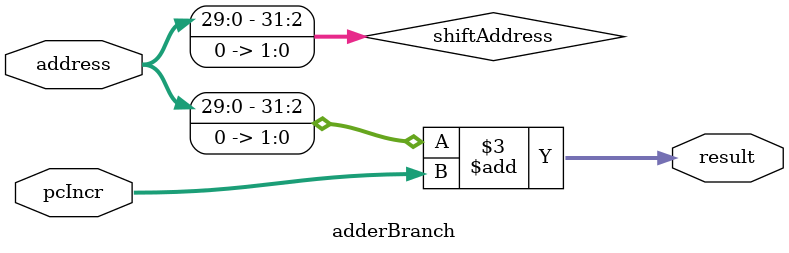
<source format=v>
module adderBranch(address, pcIncr, result);

input [31:0]address, pcIncr;
output reg [31:0]result;

reg [31:0]shiftAddress;

always @(address or pcIncr) begin
	shiftAddress = address << 2;
	result = shiftAddress + pcIncr;
end

endmodule

</source>
